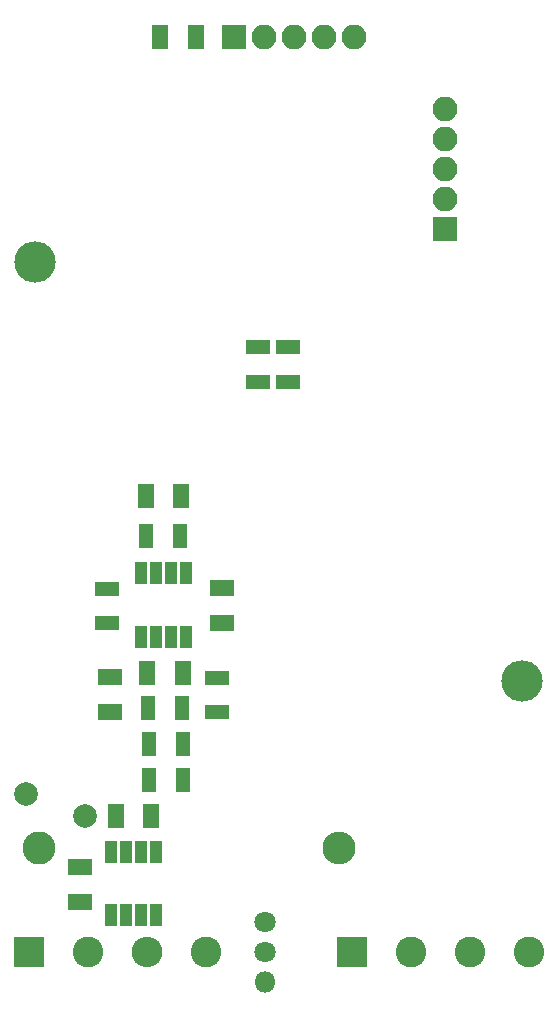
<source format=gbr>
G04 #@! TF.FileFunction,Soldermask,Bot*
%FSLAX46Y46*%
G04 Gerber Fmt 4.6, Leading zero omitted, Abs format (unit mm)*
G04 Created by KiCad (PCBNEW 4.0.6) date 08/22/19 22:44:10*
%MOMM*%
%LPD*%
G01*
G04 APERTURE LIST*
%ADD10C,0.100000*%
%ADD11R,1.400000X2.000000*%
%ADD12R,2.000000X1.400000*%
%ADD13R,2.100000X2.100000*%
%ADD14O,2.100000X2.100000*%
%ADD15R,2.100000X1.300000*%
%ADD16R,1.300000X2.100000*%
%ADD17C,2.800000*%
%ADD18O,2.800000X2.800000*%
%ADD19R,1.000000X1.950000*%
%ADD20C,2.000000*%
%ADD21R,2.600000X2.600000*%
%ADD22C,2.600000*%
%ADD23O,2.600000X2.600000*%
%ADD24O,1.800000X1.800000*%
%ADD25C,1.800000*%
%ADD26O,3.500000X3.500000*%
G04 APERTURE END LIST*
D10*
D11*
X160611000Y-88425000D03*
X163611000Y-88425000D03*
D12*
X167061000Y-99175000D03*
X167061000Y-96175000D03*
D11*
X160761000Y-103375000D03*
X163761000Y-103375000D03*
D12*
X155061000Y-122825000D03*
X155061000Y-119825000D03*
D11*
X161111000Y-115475000D03*
X158111000Y-115475000D03*
D13*
X185961000Y-65775000D03*
D14*
X185961000Y-63235000D03*
X185961000Y-60695000D03*
X185961000Y-58155000D03*
X185961000Y-55615000D03*
D13*
X168061000Y-49525000D03*
D14*
X170601000Y-49525000D03*
X173141000Y-49525000D03*
X175681000Y-49525000D03*
X178221000Y-49525000D03*
D15*
X157311000Y-99175000D03*
X157311000Y-96275000D03*
D16*
X160611000Y-91825000D03*
X163511000Y-91825000D03*
D17*
X151561000Y-118225000D03*
D18*
X176961000Y-118225000D03*
D16*
X163761000Y-112475000D03*
X160861000Y-112475000D03*
D15*
X166661000Y-103825000D03*
X166661000Y-106725000D03*
D16*
X160811000Y-106375000D03*
X163711000Y-106375000D03*
X163761000Y-109425000D03*
X160861000Y-109425000D03*
D15*
X170111000Y-75825000D03*
X170111000Y-78725000D03*
X172661000Y-75825000D03*
X172661000Y-78725000D03*
D19*
X160206000Y-94975000D03*
X161476000Y-94975000D03*
X162746000Y-94975000D03*
X164016000Y-94975000D03*
X164016000Y-100375000D03*
X162746000Y-100375000D03*
X161476000Y-100375000D03*
X160206000Y-100375000D03*
X161516000Y-123925000D03*
X160246000Y-123925000D03*
X158976000Y-123925000D03*
X157706000Y-123925000D03*
X157706000Y-118525000D03*
X158976000Y-118525000D03*
X160246000Y-118525000D03*
X161516000Y-118525000D03*
D20*
X150511000Y-113675000D03*
X155511000Y-115475000D03*
D21*
X150711000Y-127025000D03*
D22*
X155711000Y-127025000D03*
X193111000Y-127025000D03*
X188111000Y-127025000D03*
D21*
X178111000Y-127025000D03*
D22*
X183111000Y-127025000D03*
D23*
X160711000Y-127025000D03*
D22*
X165711000Y-127025000D03*
D24*
X170711000Y-129575000D03*
D25*
X170711000Y-127035000D03*
X170711000Y-124495000D03*
D26*
X192511000Y-104075000D03*
X151211000Y-68575000D03*
D12*
X157611000Y-103725000D03*
X157611000Y-106725000D03*
D11*
X164861000Y-49525000D03*
X161861000Y-49525000D03*
M02*

</source>
